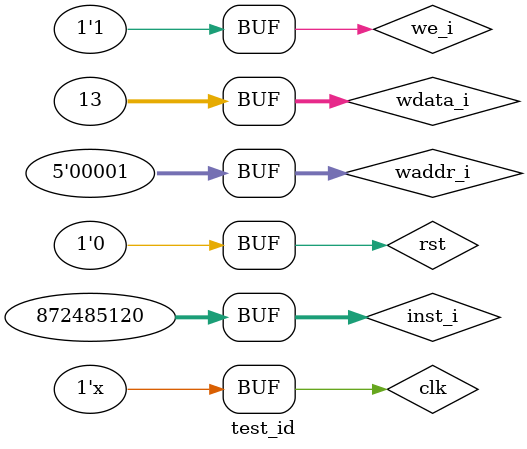
<source format=sv>
`timescale 1ns / 1ps


module test_id(

    );
    



// //输入
reg clk;
reg         rst;
//从IF/ID接收到信�?
reg [31:0] pc_i;
reg [31:0] inst_i;
//WB级传输进来的信号
reg    we_i;
reg  [4:0]  waddr_i;
reg  [31:0] wdata_i;
// //输出
wire [7:0]  aluop_o;
wire [2:0]  alusel_o;
wire [31:0] reg1_o;
wire[31:0] reg2_o;
wire      wreg_o; //是否有数据要写寄存器
wire[4:0]  wd_o;  //write destination

ID ID_TEST(
    clk,
    rst,
    
    pc_i,
    inst_i,
    //WB级传输进来的信号
    we_i,
    waddr_i,
    data_i,


    // //输出
     aluop_o,
     alusel_o,
     reg1_o,
     reg2_o,

    wreg_o, //是否有数据要写寄存器
     wd_o  //write destination
);




initial begin
        rst = 1'b1;
        clk = 1'b1;
        # 50 rst = 1'b0;

        


        inst_i = 32'b00110100000000010001000100000000;
        //WB级传输进来的信号
        we_i=1'b1;
        waddr_i=5'b00001;
        wdata_i=32'b1101;

    end
    always #1 clk = ~ clk;
endmodule

</source>
